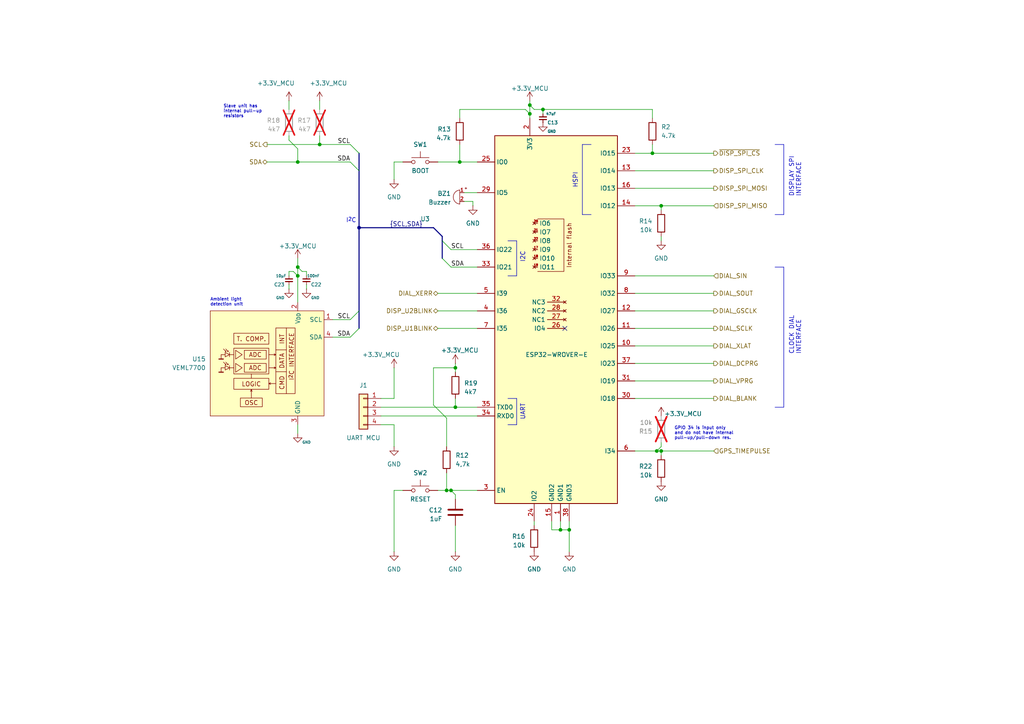
<source format=kicad_sch>
(kicad_sch (version 20231120) (generator "eeschema") (generator_version "8.0")
  (paper "A4")
  (title_block (title "Broadcast Clock") (date "2024-05-06") (rev "v1.0") (company "https://espenandersen.no") (comment 1 "MCU"))
  (lib_symbols
    (symbol "Connector_Generic:Conn_01x04" (pin_names (offset 1.016) hide)
      (property "Reference" "J" (at 0 5.08 0))
      (property "Value" "Conn_01x04" (at 0 -7.62 0))
      (symbol "Conn_01x04_1_1"
        (rectangle (start -1.27 -4.953) (end 0 -5.207) (stroke (width 0.1524)))
        (rectangle (start -1.27 -2.413) (end 0 -2.667) (stroke (width 0.1524)))
        (rectangle (start -1.27 0.127) (end 0 -0.127) (stroke (width 0.1524)))
        (rectangle (start -1.27 2.667) (end 0 2.413) (stroke (width 0.1524)))
        (rectangle (start -1.27 3.81) (end 1.27 -6.35) (stroke (width 0.254)) (fill (type background)))
        (pin passive line (at -5.08 2.54 0) (length 3.81) (name "Pin_1") (number "1"))
        (pin passive line (at -5.08 0 0) (length 3.81) (name "Pin_2") (number "2"))
        (pin passive line (at -5.08 -2.54 0) (length 3.81) (name "Pin_3") (number "3"))
        (pin passive line (at -5.08 -5.08 0) (length 3.81) (name "Pin_4") (number "4"))
      )
    )
    (symbol "Device:C" (pin_numbers hide) (pin_names (offset 0.254))
      (property "Reference" "C" (at 0.635 2.54 0))
      (property "Value" "C" (at 0.635 -2.54 0))
      (symbol "C_0_1"
        (polyline (pts (xy -2.032 -0.762) (xy 2.032 -0.762)) (stroke (width 0.508)))
        (polyline (pts (xy -2.032 0.762) (xy 2.032 0.762)) (stroke (width 0.508)))
      )
      (symbol "C_1_1"
        (pin passive line (at 0 3.81 270) (length 2.794) (name "~") (number "1"))
        (pin passive line (at 0 -3.81 90) (length 2.794) (name "~") (number "2"))
      )
    )
    (symbol "Device:R" (pin_numbers hide) (pin_names (offset 0))
      (property "Reference" "R" (at 2.032 0 90))
      (property "Value" "R" (at 0 0 90))
      (symbol "R_0_1"
        (rectangle (start -1.016 -2.54) (end 1.016 2.54) (stroke (width 0.254)))
      )
      (symbol "R_1_1"
        (pin passive line (at 0 3.81 270) (length 1.27) (name "~") (number "1"))
        (pin passive line (at 0 -3.81 90) (length 1.27) (name "~") (number "2"))
      )
    )
    (symbol "Device_espena:Buzzer" (pin_names (offset 0.0254) hide)
      (property "Reference" "BZ" (at 2.286 1.27 0))
      (property "Value" "Buzzer" (at 2.286 -1.27 0))
      (symbol "Buzzer_0_1"
        (arc (start 0 -2.032) (mid 1.8758 0) (end 0 2.032))
        (polyline (pts (xy -2.032 2.54) (xy -1.524 2.54)))
        (polyline (pts (xy -1.778 2.794) (xy -1.778 2.286)))
        (polyline (pts (xy 0 2.032) (xy 0 -2.032)))
      )
      (symbol "Buzzer_1_1"
        (pin passive line (at -1.27 1.27 0) (length 1.27) (name "-") (number "1"))
        (pin passive line (at -1.27 -1.27 0) (length 1.27) (name "+") (number "2"))
      )
    )
    (symbol "Device_espena:C_Decoupling" (pin_numbers hide) (pin_names (offset 0.254) hide)
      (property "Reference" "C" (at 0.4572 1.3716 0))
      (symbol "C_Decoupling_0_1"
        (polyline (pts (xy -1.016 -0.381) (xy 1.016 -0.381)) (stroke (width 0.3302)))
        (polyline (pts (xy -1.016 0.381) (xy 1.016 0.381)) (stroke (width 0.3302)))
      )
      (symbol "C_Decoupling_1_1"
        (pin passive line (at 0 1.27 270) (length 0.7938) (name "~") (number "1"))
        (pin passive line (at 0 -1.27 90) (length 0.7938) (name "~") (number "2"))
      )
    )
    (symbol "RF_Module_espena:ESP32-WROVER-E"
      (property "Reference" "U" (at -16.51 53.34 0))
      (property "Value" "ESP32-WROVER-E" (at -8.89 -11.43 0))
      (symbol "ESP32-WROVER-E_0_1"
        (rectangle (start -17.78 52.07) (end 17.78 -54.61) (stroke (width 0.254)) (fill (type background)))
        (polyline (pts (xy -5.35 27.94) (xy 2.27 27.94) (xy 2.27 12.7) (xy -5.35 12.7)))
        (text "Internal flash" (at 3.81 20.32 900) (effects (font (size 1.27 1.27))))
      )
      (symbol "ESP32-WROVER-E_1_1"
        (pin power_in line (at 1.27 -59.69 90) (length 5.08) (name "GND1") (number "1"))
        (pin bidirectional line (at 22.86 -8.89 180) (length 5.08) (name "IO25") (number "10"))
        (pin bidirectional line (at 22.86 -3.81 180) (length 5.08) (name "IO26") (number "11"))
        (pin bidirectional line (at 22.86 1.27 180) (length 5.08) (name "IO27") (number "12"))
        (pin bidirectional line (at 22.86 41.91 180) (length 5.08) (name "IO14") (number "13"))
        (pin bidirectional line (at 22.86 31.75 180) (length 5.08) (name "IO12") (number "14"))
        (pin power_in line (at -1.27 -59.69 90) (length 5.08) (name "GND2") (number "15"))
        (pin bidirectional line (at 22.86 36.83 180) (length 5.08) (name "IO13") (number "16"))
        (pin no_connect line (at -6.35 19.05 0) (length 1) (name "IO9") (number "17"))
        (pin no_connect line (at -6.35 16.51 0) (length 1) (name "IO10") (number "18"))
        (pin no_connect line (at -6.35 13.97 0) (length 1) (name "IO11") (number "19"))
        (pin power_in line (at -7.62 57.15 270) (length 5.08) (name "3V3") (number "2"))
        (pin no_connect line (at -6.35 26.67 0) (length 1) (name "IO6") (number "20"))
        (pin no_connect line (at -6.35 24.13 0) (length 1) (name "IO7") (number "21"))
        (pin no_connect line (at -6.35 21.59 0) (length 1) (name "IO8") (number "22"))
        (pin bidirectional line (at 22.86 46.99 180) (length 5.08) (name "IO15") (number "23"))
        (pin bidirectional line (at -6.35 -59.69 90) (length 5.08) (name "IO2") (number "24"))
        (pin bidirectional line (at -22.86 44.45 0) (length 5.08) (name "IO0") (number "25"))
        (pin bidirectional line (at 2.54 -3.81 180) (length 5.08) (name "IO4") (number "26"))
        (pin no_connect line (at 2.54 -1.27 180) (length 5.08) (name "NC1") (number "27"))
        (pin no_connect line (at 2.54 1.27 180) (length 5.08) (name "NC2") (number "28"))
        (pin bidirectional line (at -22.86 35.56 0) (length 5.08) (name "IO5") (number "29"))
        (pin input line (at -22.86 -50.8 0) (length 5.08) (name "EN") (number "3"))
        (pin bidirectional line (at 22.86 -24.13 180) (length 5.08) (name "IO18") (number "30"))
        (pin bidirectional line (at 22.86 -19.05 180) (length 5.08) (name "IO19") (number "31"))
        (pin no_connect line (at 2.54 3.81 180) (length 5.08) (name "NC3") (number "32"))
        (pin bidirectional line (at -22.86 13.97 0) (length 5.08) (name "IO21") (number "33"))
        (pin bidirectional line (at -22.86 -29.21 0) (length 5.08) (name "RXD0") (number "34"))
        (pin bidirectional line (at -22.86 -26.67 0) (length 5.08) (name "TXD0") (number "35"))
        (pin bidirectional line (at -22.86 19.05 0) (length 5.08) (name "IO22") (number "36"))
        (pin bidirectional line (at 22.86 -13.97 180) (length 5.08) (name "IO23") (number "37"))
        (pin power_in line (at 3.81 -59.69 90) (length 5.08) (name "GND3") (number "38"))
        (pin input line (at -22.86 1.27 0) (length 5.08) (name "I36") (number "4"))
        (pin input line (at -22.86 6.35 0) (length 5.08) (name "I39") (number "5"))
        (pin input line (at 22.86 -39.37 180) (length 5.08) (name "I34") (number "6"))
        (pin input line (at -22.86 -3.81 0) (length 5.08) (name "I35") (number "7"))
        (pin bidirectional line (at 22.86 6.35 180) (length 5.08) (name "IO32") (number "8"))
        (pin bidirectional line (at 22.86 11.43 180) (length 5.08) (name "IO33") (number "9"))
      )
    )
    (symbol "Sensor_Optical_espena:VEML7700"
      (property "Reference" "U" (at -7.62 8.89 0))
      (property "Value" "VEML7700" (at -13.335 3.175 0))
      (symbol "VEML7700_0_1"
        (rectangle (start -25.4 5.08) (end 7.62 -25.4) (fill (type background)))
        (rectangle (start -18.542 -14.478) (end -8.382 -17.653))
        (rectangle (start -18.542 -5.7404) (end -8.382 -13.208))
        (rectangle (start -18.542 -1.397) (end -8.382 -4.572))
        (rectangle (start -16.637 -20.193) (end -10.287 -22.733))
        (rectangle (start -15.494 -10.16) (end -9.144 -12.7))
        (rectangle (start -15.494 -6.35) (end -9.144 -8.89))
        (rectangle (start -6.35 0.127) (end -0.762 -18.923))
        (polyline (pts (xy -22.86 -12.7) (xy -21.59 -12.7)) (stroke (width 0.3)))
        (polyline (pts (xy -22.86 -8.89) (xy -21.59 -8.89)) (stroke (width 0.3)))
        (polyline (pts (xy -22.225 -11.43) (xy -22.225 -12.7)))
        (polyline (pts (xy -22.225 -7.62) (xy -22.225 -8.89)))
        (polyline (pts (xy -21.0566 -11.43) (xy -22.225 -11.43)))
        (polyline (pts (xy -21.0566 -7.62) (xy -22.225 -7.62)))
        (polyline (pts (xy -20.828 -10.541) (xy -21.0566 -10.541)))
        (polyline (pts (xy -20.828 -6.731) (xy -21.0566 -6.731)))
        (polyline (pts (xy -20.1676 -10.541) (xy -20.3962 -10.541)))
        (polyline (pts (xy -20.1676 -6.731) (xy -20.3962 -6.731)))
        (polyline (pts (xy -19.7866 -11.43) (xy -18.542 -11.43)))
        (polyline (pts (xy -19.7866 -10.795) (xy -19.7866 -12.065)))
        (polyline (pts (xy -19.7866 -7.62) (xy -18.542 -7.62)))
        (polyline (pts (xy -19.7866 -6.985) (xy -19.7866 -8.255)))
        (polyline (pts (xy -13.462 -17.653) (xy -13.208 -18.288)))
        (polyline (pts (xy -13.462 -14.478) (xy -13.462 -13.208)))
        (polyline (pts (xy -8.382 -16.002) (xy -7.874 -16.256)))
        (polyline (pts (xy -6.35 -12.573) (xy -3.302 -12.573)))
        (polyline (pts (xy -6.35 -11.43) (xy -6.858 -11.684)))
        (polyline (pts (xy -6.35 -7.62) (xy -6.858 -7.874)))
        (polyline (pts (xy -6.35 -6.223) (xy -3.302 -6.223)))
        (polyline (pts (xy -3.302 -18.923) (xy -3.302 0.127)))
        (polyline (pts (xy -21.5392 -9.779) (xy -20.828 -10.541) (xy -20.828 -10.287)))
        (polyline (pts (xy -21.5392 -5.969) (xy -20.828 -6.731) (xy -20.828 -6.477)))
        (polyline (pts (xy -20.8788 -9.779) (xy -20.1676 -10.541) (xy -20.1676 -10.287)))
        (polyline (pts (xy -20.8788 -5.969) (xy -20.1676 -6.731) (xy -20.1676 -6.477)))
        (polyline (pts (xy -13.462 -20.193) (xy -13.462 -17.653) (xy -13.716 -18.288)))
        (polyline (pts (xy -8.382 -11.43) (xy -6.35 -11.43) (xy -6.858 -11.176)))
        (polyline (pts (xy -8.382 -7.62) (xy -6.35 -7.62) (xy -6.858 -7.366)))
        (polyline (pts (xy -6.35 -16.002) (xy -8.382 -16.002) (xy -7.874 -15.748)))
        (polyline (pts (xy -21.0566 -10.795) (xy -21.0566 -12.065) (xy -19.7866 -11.43) (xy -21.0566 -10.795)))
        (polyline (pts (xy -21.0566 -6.985) (xy -21.0566 -8.255) (xy -19.7866 -7.62) (xy -21.0566 -6.985)))
        (polyline (pts (xy -18.034 -10.16) (xy -18.034 -12.7) (xy -16.129 -11.43) (xy -18.034 -10.16)))
        (polyline (pts (xy -18.034 -6.35) (xy -18.034 -8.89) (xy -16.129 -7.62) (xy -18.034 -6.35)))
        (text "ADC" (at -12.319 -11.43 0) (effects (font (size 1.27 1.27))))
        (text "ADC" (at -12.319 -7.62 0) (effects (font (size 1.27 1.27))))
        (text "CMD" (at -4.572 -15.748 900) (effects (font (size 1.27 1.27))))
        (text "DATA" (at -4.572 -9.398 900) (effects (font (size 1.27 1.27))))
        (text "I^{2}C INTERFACE" (at -1.778 -8.128 900) (effects (font (size 1.27 1.27))))
        (text "INT" (at -4.572 -3.048 900) (effects (font (size 1.27 1.27))))
        (text "LOGIC" (at -13.462 -16.129 0) (effects (font (size 1.27 1.27))))
        (text "OSC" (at -13.462 -21.5646 0) (effects (font (size 1.27 1.27))))
        (text "T. COMP." (at -13.462 -3.048 0) (effects (font (size 1.27 1.27))))
      )
      (symbol "VEML7700_1_1"
        (pin input line (at 10.16 2.54 180) (length 2.54) (name "SCL") (number "1"))
        (pin power_in line (at 0 7.62 270) (length 2.54) (name "V_{DD}") (number "2"))
        (pin power_in line (at 0 -27.94 90) (length 2.54) (name "GND") (number "3"))
        (pin input line (at 10.16 -2.54 180) (length 2.54) (name "SDA") (number "4"))
      )
    )
    (symbol "Switch:SW_Push" (pin_numbers hide) (pin_names (offset 1.016) hide)
      (property "Reference" "SW" (at 1.27 2.54 0))
      (property "Value" "SW_Push" (at 0 -1.524 0))
      (symbol "SW_Push_0_1"
        (circle (center -2.032 0) (radius 0.508))
        (polyline (pts (xy 0 1.27) (xy 0 3.048)))
        (polyline (pts (xy 2.54 1.27) (xy -2.54 1.27)))
        (circle (center 2.032 0) (radius 0.508))
        (pin passive line (at -5.08 0 0) (length 2.54) (name "1") (number "1"))
        (pin passive line (at 5.08 0 180) (length 2.54) (name "2") (number "2"))
      )
    )
    (symbol "power:GND" (power) (pin_numbers hide) (pin_names (offset 0) hide)
      (property "Value" "GND" (at 0 -3.81 0))
      (symbol "GND_0_1"
        (polyline (pts (xy 0 0) (xy 0 -1.27) (xy 1.27 -1.27) (xy 0 -2.54) (xy -1.27 -1.27) (xy 0 -1.27)))
      )
      (symbol "GND_1_1"
        (pin power_in line (at 0 0 270) (length 0) (name "~") (number "1"))
      )
    )
    (symbol "power_espena:+3.3V_MCU" (power) (pin_numbers hide) (pin_names (offset 0) hide)
      (property "Value" "+3.3V_MCU" (at 0 3.556 0))
      (symbol "+3.3V_MCU_0_1"
        (polyline (pts (xy -0.762 1.27) (xy 0 2.54)))
        (polyline (pts (xy 0 0) (xy 0 2.54)))
        (polyline (pts (xy 0 2.54) (xy 0.762 1.27)))
      )
      (symbol "+3.3V_MCU_1_1"
        (pin power_in line (at 0 0 90) (length 0) (name "~") (number "1"))
      )
    )
  )
  (junction (at 132.08 106.68))
  (junction (at 129.54 142.24))
  (junction (at 104.14 66.04))
  (junction (at 165.1 153.67))
  (junction (at 133.35 46.99))
  (junction (at 191.77 59.69))
  (junction (at 191.77 130.81))
  (junction (at 130.81 142.24))
  (junction (at 153.67 33.02))
  (junction (at 132.08 118.11))
  (junction (at 92.71 41.91))
  (junction (at 190.5 130.81))
  (junction (at 153.67 30.48))
  (junction (at 86.36 77.47))
  (junction (at 86.36 80.01))
  (junction (at 189.23 44.45))
  (junction (at 162.56 153.67))
  (junction (at 157.48 31.75))
  (junction (at 86.36 46.99))
  (no_connect (at 163.83 95.25))
  (bus_entry (at 104.14 90.17) (size -2.54 2.54))
  (bus_entry (at 104.14 95.25) (size -2.54 2.54))
  (bus_entry (at 128.27 74.93) (size 2.54 2.54))
  (bus_entry (at 101.6 41.91) (size 2.54 2.54))
  (bus_entry (at 128.27 69.85) (size 2.54 2.54))
  (bus_entry (at 101.6 46.99) (size 2.54 2.54))
  (polyline (pts (xy 149.86 69.85) (xy 149.86 80.01)))
  (wire (pts (xy 189.23 31.75) (xy 189.23 34.29)))
  (wire (pts (xy 127 90.17) (xy 138.43 90.17)))
  (wire (pts (xy 153.67 33.02) (xy 153.67 34.29)))
  (polyline (pts (xy 168.91 41.91) (xy 171.45 41.91)))
  (wire (pts (xy 110.49 120.65) (xy 138.43 120.65)))
  (wire (pts (xy 114.3 142.24) (xy 116.84 142.24)))
  (wire (pts (xy 125.73 106.68) (xy 125.73 117.475)))
  (bus (pts (xy 104.14 66.04) (xy 104.14 90.17)))
  (wire (pts (xy 152.4 31.75) (xy 153.67 33.02)))
  (wire (pts (xy 125.73 106.68) (xy 132.08 106.68)))
  (wire (pts (xy 184.15 59.69) (xy 191.77 59.69)))
  (wire (pts (xy 184.15 110.49) (xy 207.01 110.49)))
  (wire (pts (xy 77.47 41.91) (xy 92.71 41.91)))
  (wire (pts (xy 92.71 39.37) (xy 92.71 41.91)))
  (wire (pts (xy 132.08 143.51) (xy 132.08 144.78)))
  (wire (pts (xy 189.23 41.91) (xy 189.23 44.45)))
  (wire (pts (xy 153.67 29.21) (xy 153.67 30.48)))
  (wire (pts (xy 83.82 82.55) (xy 83.82 83.82)))
  (polyline (pts (xy 168.91 62.23) (xy 171.45 62.23)))
  (polyline (pts (xy 168.91 41.91) (xy 168.91 62.23)))
  (polyline (pts (xy 147.32 115.57) (xy 149.86 115.57)))
  (wire (pts (xy 96.52 97.79) (xy 101.6 97.79)))
  (wire (pts (xy 83.82 29.21) (xy 83.82 31.75)))
  (wire (pts (xy 154.94 151.13) (xy 154.94 152.4)))
  (wire (pts (xy 137.16 58.42) (xy 137.16 59.69)))
  (wire (pts (xy 153.67 30.48) (xy 153.67 33.02)))
  (wire (pts (xy 114.3 106.68) (xy 114.3 115.57)))
  (wire (pts (xy 132.08 152.4) (xy 132.08 160.02)))
  (wire (pts (xy 110.49 123.19) (xy 114.3 123.19)))
  (bus (pts (xy 125.73 66.04) (xy 128.27 68.58)))
  (wire (pts (xy 129.54 142.24) (xy 130.81 142.24)))
  (wire (pts (xy 86.36 77.47) (xy 86.36 80.01)))
  (wire (pts (xy 127 46.99) (xy 133.35 46.99)))
  (wire (pts (xy 129.54 121.285) (xy 129.54 129.54)))
  (polyline (pts (xy 227.33 41.91) (xy 227.33 62.23)))
  (wire (pts (xy 86.36 123.19) (xy 86.36 125.73)))
  (wire (pts (xy 88.9 82.55) (xy 88.9 83.82)))
  (wire (pts (xy 88.9 78.74) (xy 88.9 80.01)))
  (wire (pts (xy 114.3 123.19) (xy 114.3 129.54)))
  (wire (pts (xy 114.3 142.24) (xy 114.3 160.02)))
  (polyline (pts (xy 224.79 62.23) (xy 227.33 62.23)))
  (wire (pts (xy 83.82 39.37) (xy 83.82 40.64)))
  (wire (pts (xy 92.71 29.21) (xy 92.71 31.75)))
  (bus (pts (xy 104.14 44.45) (xy 104.14 49.53)))
  (wire (pts (xy 191.77 59.69) (xy 207.01 59.69)))
  (wire (pts (xy 130.81 142.24) (xy 138.43 142.24)))
  (wire (pts (xy 184.15 80.01) (xy 207.01 80.01)))
  (wire (pts (xy 184.15 130.81) (xy 190.5 130.81)))
  (wire (pts (xy 133.35 41.91) (xy 133.35 46.99)))
  (wire (pts (xy 132.08 118.11) (xy 138.43 118.11)))
  (wire (pts (xy 86.36 77.47) (xy 87.63 78.74)))
  (polyline (pts (xy 227.33 77.47) (xy 227.33 118.11)))
  (wire (pts (xy 191.77 130.81) (xy 207.01 130.81)))
  (wire (pts (xy 92.71 41.91) (xy 101.6 41.91)))
  (wire (pts (xy 154.94 31.75) (xy 157.48 31.75)))
  (wire (pts (xy 162.56 151.13) (xy 162.56 153.67)))
  (wire (pts (xy 184.15 44.45) (xy 189.23 44.45)))
  (wire (pts (xy 83.82 40.64) (xy 86.36 43.18)))
  (bus (pts (xy 104.14 90.17) (xy 104.14 95.25)))
  (wire (pts (xy 127 142.24) (xy 129.54 142.24)))
  (polyline (pts (xy 147.32 123.19) (xy 149.86 123.19)))
  (wire (pts (xy 114.3 46.99) (xy 116.84 46.99)))
  (wire (pts (xy 154.94 31.75) (xy 153.67 30.48)))
  (bus (pts (xy 104.14 49.53) (xy 104.14 66.04)))
  (wire (pts (xy 132.08 115.57) (xy 132.08 118.11)))
  (wire (pts (xy 165.1 153.67) (xy 165.1 160.02)))
  (wire (pts (xy 129.54 121.285) (xy 125.73 117.475)))
  (wire (pts (xy 184.15 90.17) (xy 207.01 90.17)))
  (wire (pts (xy 85.09 78.74) (xy 86.36 80.01)))
  (wire (pts (xy 157.48 31.75) (xy 189.23 31.75)))
  (wire (pts (xy 130.81 77.47) (xy 138.43 77.47)))
  (wire (pts (xy 191.77 129.54) (xy 190.5 130.81)))
  (bus (pts (xy 104.14 66.04) (xy 125.73 66.04)))
  (wire (pts (xy 184.15 100.33) (xy 207.01 100.33)))
  (wire (pts (xy 165.1 153.67) (xy 162.56 153.67)))
  (bus (pts (xy 128.27 68.58) (xy 128.27 69.85)))
  (wire (pts (xy 132.08 105.41) (xy 132.08 106.68)))
  (wire (pts (xy 184.15 85.09) (xy 207.01 85.09)))
  (wire (pts (xy 133.35 31.75) (xy 152.4 31.75)))
  (wire (pts (xy 191.77 132.08) (xy 191.77 130.81)))
  (polyline (pts (xy 224.79 77.47) (xy 227.33 77.47)))
  (wire (pts (xy 87.63 78.74) (xy 88.9 78.74)))
  (wire (pts (xy 86.36 46.99) (xy 101.6 46.99)))
  (wire (pts (xy 85.09 78.74) (xy 83.82 78.74)))
  (wire (pts (xy 184.15 95.25) (xy 207.01 95.25)))
  (wire (pts (xy 157.48 33.02) (xy 157.48 31.75)))
  (wire (pts (xy 129.54 137.16) (xy 129.54 142.24)))
  (wire (pts (xy 96.52 92.71) (xy 101.6 92.71)))
  (polyline (pts (xy 149.86 115.57) (xy 149.86 123.19)))
  (wire (pts (xy 83.82 78.74) (xy 83.82 80.01)))
  (wire (pts (xy 160.02 151.13) (xy 160.02 153.67)))
  (wire (pts (xy 138.43 55.88) (xy 134.62 55.88)))
  (wire (pts (xy 127 85.09) (xy 138.43 85.09)))
  (wire (pts (xy 191.77 68.58) (xy 191.77 69.85)))
  (wire (pts (xy 130.81 72.39) (xy 138.43 72.39)))
  (polyline (pts (xy 224.79 118.11) (xy 227.33 118.11)))
  (wire (pts (xy 165.1 151.13) (xy 165.1 153.67)))
  (wire (pts (xy 133.35 31.75) (xy 133.35 34.29)))
  (wire (pts (xy 137.16 58.42) (xy 134.62 58.42)))
  (wire (pts (xy 190.5 130.81) (xy 191.77 130.81)))
  (wire (pts (xy 184.15 54.61) (xy 207.01 54.61)))
  (wire (pts (xy 86.36 74.93) (xy 86.36 77.47)))
  (polyline (pts (xy 147.32 69.85) (xy 149.86 69.85)))
  (wire (pts (xy 132.08 106.68) (xy 132.08 107.95)))
  (wire (pts (xy 86.36 43.18) (xy 86.36 46.99)))
  (wire (pts (xy 184.15 49.53) (xy 207.01 49.53)))
  (bus (pts (xy 128.27 69.85) (xy 128.27 74.93)))
  (wire (pts (xy 132.08 143.51) (xy 130.81 142.24)))
  (polyline (pts (xy 147.32 80.01) (xy 149.86 80.01)))
  (wire (pts (xy 191.77 59.69) (xy 191.77 60.96)))
  (wire (pts (xy 189.23 44.45) (xy 207.01 44.45)))
  (wire (pts (xy 127 95.25) (xy 138.43 95.25)))
  (wire (pts (xy 133.35 46.99) (xy 138.43 46.99)))
  (wire (pts (xy 110.49 118.11) (xy 132.08 118.11)))
  (wire (pts (xy 110.49 115.57) (xy 114.3 115.57)))
  (polyline (pts (xy 224.79 41.91) (xy 227.33 41.91)))
  (wire (pts (xy 86.36 80.01) (xy 86.36 87.63)))
  (wire (pts (xy 162.56 153.67) (xy 160.02 153.67)))
  (wire (pts (xy 114.3 46.99) (xy 114.3 52.07)))
  (wire (pts (xy 184.15 105.41) (xy 207.01 105.41)))
  (wire (pts (xy 184.15 115.57) (xy 207.01 115.57)))
  (wire (pts (xy 191.77 128.27) (xy 191.77 129.54)))
  (wire (pts (xy 77.47 46.99) (xy 86.36 46.99)))
  (text "HSPI" (at 167.64 54.61 90) (effects (font (size 1.27 1.27)) (justify left bottom)))
  (text "I2C" (at 152.4 76.2 90) (effects (font (size 1.27 1.27)) (justify left bottom)))
  (text "CLOCK DIAL\nINTERFACE" (at 232.41 102.87 90) (effects (font (size 1.27 1.27)) (justify left bottom)))
  (text "Ambient light\ndetection unit" (at 60.96 88.9 0) (effects (font (size 0.889 0.889)) (justify left bottom)))
  (text "DISPLAY SPI\nINTERFACE" (at 232.41 57.15 90) (effects (font (size 1.27 1.27)) (justify left bottom)))
  (text "GPIO 34 is input only\nand do not have internal\npull-up/pull-down res.\n" (at 195.58 127.635 0) (effects (font (size 0.889 0.889)) (justify left bottom)))
  (text "Slave unit has\ninternal pull-up\nresistors\n" (at 64.77 34.29 0) (effects (font (size 0.889 0.889)) (justify left bottom)))
  (text "UART" (at 152.4 121.92 90) (effects (font (size 1.27 1.27)) (justify left bottom)))
  (text "I^{2}C" (at 100.33 64.77 0) (effects (font (size 1.27 1.27)) (justify left bottom)))
  (label "SDA" (at 130.81 77.47 0))
  (label "SCL" (at 101.6 41.91 180))
  (label "SCL" (at 130.81 72.39 0))
  (label "SDA" (at 101.6 46.99 180))
  (label "SCL" (at 101.6 92.71 180))
  (label "SDA" (at 101.6 97.79 180))
  (label "{SCL,SDA}" (at 113.03 66.04 0))
  (hierarchical_label "DISP_SPI_MOSI" (shape output) (at 207.01 54.61 0))
  (hierarchical_label "DIAL_BLANK" (shape output) (at 207.01 115.57 0))
  (hierarchical_label "DIAL_XLAT" (shape output) (at 207.01 100.33 0))
  (hierarchical_label "~{DISP_SPI_CS}" (shape output) (at 207.01 44.45 0))
  (hierarchical_label "SDA" (shape bidirectional) (at 77.47 46.99 180))
  (hierarchical_label "SCL" (shape output) (at 77.47 41.91 180))
  (hierarchical_label "DIAL_XERR" (shape bidirectional) (at 127 85.09 180))
  (hierarchical_label "DIAL_SIN" (shape input) (at 207.01 80.01 0))
  (hierarchical_label "DIAL_DCPRG" (shape output) (at 207.01 105.41 0))
  (hierarchical_label "DISP_U2BLINK" (shape bidirectional) (at 127 90.17 180))
  (hierarchical_label "DIAL_VPRG" (shape output) (at 207.01 110.49 0))
  (hierarchical_label "DISP_SPI_MISO" (shape input) (at 207.01 59.69 0))
  (hierarchical_label "DIAL_GSCLK" (shape output) (at 207.01 90.17 0))
  (hierarchical_label "DIAL_SCLK" (shape output) (at 207.01 95.25 0))
  (hierarchical_label "GPS_TIMEPULSE" (shape input) (at 207.01 130.81 0))
  (hierarchical_label "DISP_U1BLINK" (shape bidirectional) (at 127 95.25 180))
  (hierarchical_label "DISP_SPI_CLK" (shape output) (at 207.01 49.53 0))
  (hierarchical_label "DIAL_SOUT" (shape output) (at 207.01 85.09 0))
  (symbol (lib_id "Device_espena:C_Decoupling") (at 88.9 81.28 0) (mirror y) (unit 1)
    (property "Reference" "C22" (at 90.17 82.55 0) (effects (font (size 1 1)) (justify right)))
    (property "Value" "100nF" (at 92.71 80.01 0) (effects (font (size 0.762 0.762)) (justify left)))
    (property "Footprint" "Capacitor_SMD:C_0805_2012Metric" (effects (hide yes)))
    (property "Description" "Unpolarized capacitor, small symbol" (effects (hide yes)))
  )
  (symbol (lib_id "Sensor_Optical_espena:VEML7700") (at 86.36 95.25 0) (unit 1)
    (property "Reference" "U15" (at 59.69 104.1399 0) (effects (justify right)))
    (property "Value" "VEML7700" (at 59.69 106.6799 0) (effects (justify right)))
    (property "Footprint" "Sensor_espena:VEML7700" (effects (hide yes)))
    (property "Datasheet" "https://www.vishay.com/docs/84286/veml7700.pdf" (effects (hide yes)))
    (property "Description" "Ambient light sensor with I2C interface." (effects (hide yes)))
  )
  (symbol (lib_id "Device:R") (at 83.82 35.56 0) (unit 1) (dnp yes)
    (property "Reference" "R18" (at 81.28 34.925 0) (effects (justify right)))
    (property "Value" "4k7" (at 81.28 37.465 0) (effects (justify right)))
    (property "Footprint" "Resistor_SMD:R_0805_2012Metric" (effects (hide yes)))
    (property "Description" "Resistor" (effects (hide yes)))
  )
  (symbol (lib_id "power_espena:+3.3V_MCU") (at 92.71 29.21 0) (unit 1)
    (property "Reference" "#PWR04" (effects (hide yes)))
    (property "Value" "+3.3V_MCU" (at 95.25 24.13 0))
    (property "Description" "Power symbol creates a global label with name \"+3.3V_MCU\"" (effects (hide yes)))
  )
  (symbol (lib_id "power:GND") (at 114.3 160.02 0) (unit 1)
    (property "Reference" "#PWR032" (effects (hide yes)))
    (property "Value" "GND" (at 114.3 165.1 0))
    (property "Description" "Power symbol creates a global label with name \"GND\" , ground" (effects (hide yes)))
  )
  (symbol (lib_id "power:GND") (at 157.48 35.56 0) (unit 1)
    (property "Reference" "#PWR029" (effects (hide yes)))
    (property "Value" "GND" (at 160.02 38.1 0) (effects (font (size 0.762 0.762))))
    (property "Description" "Power symbol creates a global label with name \"GND\" , ground" (effects (hide yes)))
  )
  (symbol (lib_id "Device:R") (at 154.94 156.21 0) (unit 1)
    (property "Reference" "R16" (at 152.4 155.575 0) (effects (justify right)))
    (property "Value" "10k" (at 152.4 158.115 0) (effects (justify right)))
    (property "Footprint" "Resistor_SMD:R_0805_2012Metric" (effects (hide yes)))
    (property "Description" "Resistor" (effects (hide yes)))
  )
  (symbol (lib_id "Device:R") (at 191.77 64.77 0) (unit 1)
    (property "Reference" "R14" (at 189.23 64.135 0) (effects (justify right)))
    (property "Value" "10k" (at 189.23 66.675 0) (effects (justify right)))
    (property "Footprint" "Resistor_SMD:R_0805_2012Metric" (effects (hide yes)))
    (property "Description" "Resistor" (effects (hide yes)))
  )
  (symbol (lib_id "power_espena:+3.3V_MCU") (at 114.3 106.68 0) (unit 1)
    (property "Reference" "#PWR_MCU037" (effects (hide yes)))
    (property "Value" "+3.3V_MCU" (at 110.49 102.87 0))
    (property "Description" "Power symbol creates a global label with name \"PWR_MCU\"" (effects (hide yes)))
  )
  (symbol (lib_id "Switch:SW_Push") (at 121.92 46.99 0) (unit 1)
    (property "Reference" "SW1" (at 121.92 41.91 0))
    (property "Value" "BOOT" (at 121.92 49.53 0))
    (property "Footprint" "Button_Switch_SMD_espena:SW_SPST_TL3301_6x6mm_H4.3mm" (effects (hide yes)))
    (property "Description" "Push button switch, generic, two pins" (effects (hide yes)))
  )
  (symbol (lib_id "power:GND") (at 165.1 160.02 0) (mirror y) (unit 1)
    (property "Reference" "#PWR028" (effects (hide yes)))
    (property "Value" "GND" (at 165.1 165.1 0))
    (property "Description" "Power symbol creates a global label with name \"GND\" , ground" (effects (hide yes)))
  )
  (symbol (lib_id "power_espena:+3.3V_MCU") (at 153.67 29.21 0) (unit 1)
    (property "Reference" "#PWR_MCU027" (effects (hide yes)))
    (property "Value" "+3.3V_MCU" (at 153.67 25.654 0))
    (property "Description" "Power symbol creates a global label with name \"PWR_MCU\"" (effects (hide yes)))
  )
  (symbol (lib_id "Connector_Generic:Conn_01x04") (at 105.41 118.11 0) (mirror y) (unit 1)
    (property "Reference" "J1" (at 105.41 111.76 0))
    (property "Value" "UART MCU" (at 105.41 127 0))
    (property "Footprint" "Connector_espena:Magnetic-Pogo-Female-MG0425FB_1x4_P2.54mm" (effects (hide yes)))
    (property "Description" "Generic connector, single row, 01x04, script generated (kicad-library-utils/schlib/autogen/connector/)" (effects (hide yes)))
  )
  (symbol (lib_id "power:GND") (at 154.94 160.02 0) (unit 1)
    (property "Reference" "#PWR034" (effects (hide yes)))
    (property "Value" "GND" (at 154.94 165.1 0))
    (property "Description" "Power symbol creates a global label with name \"GND\" , ground" (effects (hide yes)))
  )
  (symbol (lib_id "RF_Module_espena:ESP32-WROVER-E") (at 161.29 91.44 0) (unit 1)
    (property "Reference" "U3" (at 121.92 63.5 0) (effects (justify left)))
    (property "Value" "ESP32-WROVER-E" (at 152.4 102.87 0) (effects (justify left)))
    (property "Footprint" "RF_Module_espena:ESP32-WROVER-B" (effects (hide yes)))
    (property "Datasheet" "https://www.espressif.com/sites/default/files/documentation/esp32-wrover-b_datasheet_en.pdf" (effects (hide yes)))
    (property "Description" "RF Module, ESP32-D0WDQ6 SoC, Wi-Fi 802.11b/g/n, 32-bit, 2.7-3.6V, onboard antenna, SMD" (effects (hide yes)))
  )
  (symbol (lib_id "power:GND") (at 137.16 59.69 0) (mirror y) (unit 1)
    (property "Reference" "#PWR057" (effects (hide yes)))
    (property "Value" "GND" (at 137.16 64.77 0))
    (property "Description" "Power symbol creates a global label with name \"GND\" , ground" (effects (hide yes)))
  )
  (symbol (lib_id "Device:R") (at 191.77 135.89 0) (unit 1)
    (property "Reference" "R22" (at 189.23 135.255 0) (effects (justify right)))
    (property "Value" "10k" (at 189.23 137.795 0) (effects (justify right)))
    (property "Footprint" "Resistor_SMD:R_0805_2012Metric" (effects (hide yes)))
    (property "Description" "Resistor" (effects (hide yes)))
  )
  (symbol (lib_id "power:GND") (at 132.08 160.02 0) (unit 1)
    (property "Reference" "#PWR026" (effects (hide yes)))
    (property "Value" "GND" (at 132.08 165.1 0))
    (property "Description" "Power symbol creates a global label with name \"GND\" , ground" (effects (hide yes)))
  )
  (symbol (lib_id "power_espena:+3.3V_MCU") (at 191.77 120.65 0) (unit 1)
    (property "Reference" "#PWR_MCU02" (effects (hide yes)))
    (property "Value" "+3.3V_MCU" (at 198.12 120.015 0))
    (property "Description" "Power symbol creates a global label with name \"PWR_MCU\"" (effects (hide yes)))
  )
  (symbol (lib_id "Device:R") (at 191.77 124.46 0) (mirror x) (unit 1) (dnp yes)
    (property "Reference" "R15" (at 189.23 125.095 0) (effects (justify right)))
    (property "Value" "10k" (at 189.23 122.555 0) (effects (justify right)))
    (property "Footprint" "Resistor_SMD:R_0805_2012Metric" (effects (hide yes)))
    (property "Description" "Resistor" (effects (hide yes)))
  )
  (symbol (lib_id "Switch:SW_Push") (at 121.92 142.24 0) (unit 1)
    (property "Reference" "SW2" (at 121.92 137.16 0))
    (property "Value" "RESET" (at 121.92 144.78 0))
    (property "Footprint" "Button_Switch_SMD_espena:SW_SPST_TL3301_6x6mm_H4.3mm" (effects (hide yes)))
    (property "Description" "Push button switch, generic, two pins" (effects (hide yes)))
  )
  (symbol (lib_id "Device_espena:Buzzer") (at 133.35 57.15 0) (mirror y) (unit 1)
    (property "Reference" "BZ1" (at 130.81 56.134 0) (effects (justify left)))
    (property "Value" "Buzzer" (at 130.81 58.674 0) (effects (justify left)))
    (property "Footprint" "Transducer_espena:TP094003_Transducer_9x9mm" (effects (hide yes)))
    (property "Description" "Buzzer, polarized" (effects (hide yes)))
  )
  (symbol (lib_id "power:GND") (at 191.77 139.7 0) (unit 1)
    (property "Reference" "#PWR048" (effects (hide yes)))
    (property "Value" "GND" (at 191.77 144.78 0))
    (property "Description" "Power symbol creates a global label with name \"GND\" , ground" (effects (hide yes)))
  )
  (symbol (lib_id "power_espena:+3.3V_MCU") (at 83.82 29.21 0) (unit 1)
    (property "Reference" "#PWR03" (effects (hide yes)))
    (property "Value" "+3.3V_MCU" (at 80.01 24.13 0))
    (property "Description" "Power symbol creates a global label with name \"+3.3V_MCU\"" (effects (hide yes)))
  )
  (symbol (lib_id "Device:R") (at 92.71 35.56 0) (unit 1) (dnp yes)
    (property "Reference" "R17" (at 90.17 34.925 0) (effects (justify right)))
    (property "Value" "4k7" (at 90.17 37.465 0) (effects (justify right)))
    (property "Footprint" "Resistor_SMD:R_0805_2012Metric" (effects (hide yes)))
    (property "Description" "Resistor" (effects (hide yes)))
  )
  (symbol (lib_id "Device_espena:C_Decoupling") (at 157.48 34.29 0) (mirror y) (unit 1)
    (property "Reference" "C13" (at 158.75 35.56 0) (effects (font (size 1 1)) (justify right)))
    (property "Value" "47uF" (at 161.29 33.02 0) (effects (font (size 0.762 0.762)) (justify left)))
    (property "Footprint" "Capacitor_SMD:C_0805_2012Metric" (effects (hide yes)))
    (property "Description" "Unpolarized capacitor, small symbol" (effects (hide yes)))
  )
  (symbol (lib_id "Device:R") (at 189.23 38.1 0) (unit 1)
    (property "Reference" "R2" (at 191.77 36.8299 0) (effects (justify left)))
    (property "Value" "4.7k" (at 191.77 39.3699 0) (effects (justify left)))
    (property "Footprint" "Resistor_SMD:R_0805_2012Metric" (effects (hide yes)))
    (property "Description" "Resistor" (effects (hide yes)))
  )
  (symbol (lib_id "power_espena:+3.3V_MCU") (at 132.08 105.41 0) (mirror y) (unit 1)
    (property "Reference" "#PWR_MCU039" (effects (hide yes)))
    (property "Value" "+3.3V_MCU" (at 133.35 101.6 0))
    (property "Description" "Power symbol creates a global label with name \"PWR_MCU\"" (effects (hide yes)))
  )
  (symbol (lib_id "power:GND") (at 114.3 129.54 0) (unit 1)
    (property "Reference" "#PWR038" (effects (hide yes)))
    (property "Value" "GND" (at 114.3 134.62 0))
    (property "Description" "Power symbol creates a global label with name \"GND\" , ground" (effects (hide yes)))
  )
  (symbol (lib_id "power:GND") (at 114.3 52.07 0) (unit 1)
    (property "Reference" "#PWR031" (effects (hide yes)))
    (property "Value" "GND" (at 114.3 57.15 0))
    (property "Description" "Power symbol creates a global label with name \"GND\" , ground" (effects (hide yes)))
  )
  (symbol (lib_id "Device:R") (at 133.35 38.1 0) (unit 1)
    (property "Reference" "R13" (at 130.81 37.465 0) (effects (justify right)))
    (property "Value" "4.7k" (at 130.81 40.005 0) (effects (justify right)))
    (property "Footprint" "Resistor_SMD:R_0805_2012Metric" (effects (hide yes)))
    (property "Description" "Resistor" (effects (hide yes)))
  )
  (symbol (lib_id "power:GND") (at 191.77 69.85 0) (unit 1)
    (property "Reference" "#PWR033" (effects (hide yes)))
    (property "Value" "GND" (at 191.77 74.93 0))
    (property "Description" "Power symbol creates a global label with name \"GND\" , ground" (effects (hide yes)))
  )
  (symbol (lib_id "Device:C") (at 132.08 148.59 0) (unit 1)
    (property "Reference" "C12" (at 128.27 147.955 0) (effects (justify right)))
    (property "Value" "1uF" (at 128.27 150.495 0) (effects (justify right)))
    (property "Footprint" "Capacitor_SMD:C_0805_2012Metric" (effects (hide yes)))
    (property "Description" "Unpolarized capacitor" (effects (hide yes)))
  )
  (symbol (lib_id "power:GND") (at 86.36 125.73 0) (unit 1)
    (property "Reference" "#PWR071" (effects (hide yes)))
    (property "Value" "GND" (at 88.9 128.27 0) (effects (font (size 0.762 0.762))))
    (property "Description" "Power symbol creates a global label with name \"GND\" , ground" (effects (hide yes)))
  )
  (symbol (lib_id "Device_espena:C_Decoupling") (at 83.82 81.28 0) (unit 1)
    (property "Reference" "C23" (at 82.55 82.55 0) (effects (font (size 1 1)) (justify right)))
    (property "Value" "10μF" (at 80.01 80.01 0) (effects (font (size 0.762 0.762)) (justify left)))
    (property "Footprint" "Capacitor_SMD:C_0805_2012Metric" (effects (hide yes)))
    (property "Description" "Unpolarized capacitor, small symbol" (effects (hide yes)))
  )
  (symbol (lib_id "Device:R") (at 129.54 133.35 0) (unit 1)
    (property "Reference" "R12" (at 132.08 132.0799 0) (effects (justify left)))
    (property "Value" "4,7k" (at 132.08 134.6199 0) (effects (justify left)))
    (property "Footprint" "Resistor_SMD:R_0805_2012Metric" (effects (hide yes)))
    (property "Description" "Resistor" (effects (hide yes)))
  )
  (symbol (lib_id "Device:R") (at 132.08 111.76 0) (mirror y) (unit 1)
    (property "Reference" "R19" (at 134.62 111.125 0) (effects (justify right)))
    (property "Value" "4k7" (at 134.62 113.665 0) (effects (justify right)))
    (property "Footprint" "Resistor_SMD:R_0805_2012Metric" (effects (hide yes)))
    (property "Description" "Resistor" (effects (hide yes)))
  )
  (symbol (lib_id "power:GND") (at 83.82 83.82 0) (mirror y) (unit 1)
    (property "Reference" "#PWR070" (effects (hide yes)))
    (property "Value" "GND" (at 81.28 86.36 0) (effects (font (size 0.762 0.762))))
    (property "Description" "Power symbol creates a global label with name \"GND\" , ground" (effects (hide yes)))
  )
  (symbol (lib_id "power_espena:+3.3V_MCU") (at 86.36 74.93 0) (unit 1)
    (property "Reference" "#PWR_MCU068" (effects (hide yes)))
    (property "Value" "+3.3V_MCU" (at 86.36 71.374 0))
    (property "Description" "Power symbol creates a global label with name \"PWR_MCU\"" (effects (hide yes)))
  )
  (symbol (lib_id "power:GND") (at 88.9 83.82 0) (unit 1)
    (property "Reference" "#PWR069" (effects (hide yes)))
    (property "Value" "GND" (at 91.44 86.36 0) (effects (font (size 0.762 0.762))))
    (property "Description" "Power symbol creates a global label with name \"GND\" , ground" (effects (hide yes)))
  )
)
</source>
